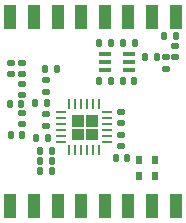
<source format=gbr>
%TF.GenerationSoftware,KiCad,Pcbnew,(6.0.0)*%
%TF.CreationDate,2023-04-21T15:57:25-05:00*%
%TF.ProjectId,SX1262,53583132-3632-42e6-9b69-6361645f7063,rev?*%
%TF.SameCoordinates,Original*%
%TF.FileFunction,Paste,Top*%
%TF.FilePolarity,Positive*%
%FSLAX46Y46*%
G04 Gerber Fmt 4.6, Leading zero omitted, Abs format (unit mm)*
G04 Created by KiCad (PCBNEW (6.0.0)) date 2023-04-21 15:57:25*
%MOMM*%
%LPD*%
G01*
G04 APERTURE LIST*
G04 Aperture macros list*
%AMRoundRect*
0 Rectangle with rounded corners*
0 $1 Rounding radius*
0 $2 $3 $4 $5 $6 $7 $8 $9 X,Y pos of 4 corners*
0 Add a 4 corners polygon primitive as box body*
4,1,4,$2,$3,$4,$5,$6,$7,$8,$9,$2,$3,0*
0 Add four circle primitives for the rounded corners*
1,1,$1+$1,$2,$3*
1,1,$1+$1,$4,$5*
1,1,$1+$1,$6,$7*
1,1,$1+$1,$8,$9*
0 Add four rect primitives between the rounded corners*
20,1,$1+$1,$2,$3,$4,$5,0*
20,1,$1+$1,$4,$5,$6,$7,0*
20,1,$1+$1,$6,$7,$8,$9,0*
20,1,$1+$1,$8,$9,$2,$3,0*%
G04 Aperture macros list end*
%ADD10C,0.010000*%
%ADD11R,0.260000X0.840000*%
%ADD12R,0.840000X0.260000*%
%ADD13RoundRect,0.135000X-0.135000X-0.185000X0.135000X-0.185000X0.135000X0.185000X-0.135000X0.185000X0*%
%ADD14RoundRect,0.135000X0.135000X0.185000X-0.135000X0.185000X-0.135000X-0.185000X0.135000X-0.185000X0*%
%ADD15R,1.000000X2.000000*%
%ADD16RoundRect,0.140000X0.140000X0.170000X-0.140000X0.170000X-0.140000X-0.170000X0.140000X-0.170000X0*%
%ADD17RoundRect,0.140000X-0.170000X0.140000X-0.170000X-0.140000X0.170000X-0.140000X0.170000X0.140000X0*%
%ADD18RoundRect,0.147500X0.172500X-0.147500X0.172500X0.147500X-0.172500X0.147500X-0.172500X-0.147500X0*%
%ADD19RoundRect,0.147500X-0.172500X0.147500X-0.172500X-0.147500X0.172500X-0.147500X0.172500X0.147500X0*%
%ADD20RoundRect,0.140000X-0.140000X-0.170000X0.140000X-0.170000X0.140000X0.170000X-0.140000X0.170000X0*%
%ADD21RoundRect,0.147500X0.147500X0.172500X-0.147500X0.172500X-0.147500X-0.172500X0.147500X-0.172500X0*%
%ADD22O,1.050000X0.400000*%
%ADD23R,0.609600X0.762000*%
%ADD24RoundRect,0.147500X-0.147500X-0.172500X0.147500X-0.172500X0.147500X0.172500X-0.147500X0.172500X0*%
G04 APERTURE END LIST*
D10*
%TO.C,U101*%
X146725000Y-69580000D02*
X146725000Y-68660000D01*
X146725000Y-68660000D02*
X147645000Y-68660000D01*
X147645000Y-68660000D02*
X147645000Y-69580000D01*
X147645000Y-69580000D02*
X146725000Y-69580000D01*
G36*
X147645000Y-69580000D02*
G01*
X146725000Y-69580000D01*
X146725000Y-68660000D01*
X147645000Y-68660000D01*
X147645000Y-69580000D01*
G37*
X147645000Y-69580000D02*
X146725000Y-69580000D01*
X146725000Y-68660000D01*
X147645000Y-68660000D01*
X147645000Y-69580000D01*
X146725000Y-68410000D02*
X146725000Y-67490000D01*
X146725000Y-67490000D02*
X147645000Y-67490000D01*
X147645000Y-67490000D02*
X147645000Y-68410000D01*
X147645000Y-68410000D02*
X146725000Y-68410000D01*
G36*
X147645000Y-68410000D02*
G01*
X146725000Y-68410000D01*
X146725000Y-67490000D01*
X147645000Y-67490000D01*
X147645000Y-68410000D01*
G37*
X147645000Y-68410000D02*
X146725000Y-68410000D01*
X146725000Y-67490000D01*
X147645000Y-67490000D01*
X147645000Y-68410000D01*
X147895000Y-68410000D02*
X147895000Y-67490000D01*
X147895000Y-67490000D02*
X148815000Y-67490000D01*
X148815000Y-67490000D02*
X148815000Y-68410000D01*
X148815000Y-68410000D02*
X147895000Y-68410000D01*
G36*
X148815000Y-68410000D02*
G01*
X147895000Y-68410000D01*
X147895000Y-67490000D01*
X148815000Y-67490000D01*
X148815000Y-68410000D01*
G37*
X148815000Y-68410000D02*
X147895000Y-68410000D01*
X147895000Y-67490000D01*
X148815000Y-67490000D01*
X148815000Y-68410000D01*
X147895000Y-69580000D02*
X147895000Y-68660000D01*
X147895000Y-68660000D02*
X148815000Y-68660000D01*
X148815000Y-68660000D02*
X148815000Y-69580000D01*
X148815000Y-69580000D02*
X147895000Y-69580000D01*
G36*
X148815000Y-69580000D02*
G01*
X147895000Y-69580000D01*
X147895000Y-68660000D01*
X148815000Y-68660000D01*
X148815000Y-69580000D01*
G37*
X148815000Y-69580000D02*
X147895000Y-69580000D01*
X147895000Y-68660000D01*
X148815000Y-68660000D01*
X148815000Y-69580000D01*
%TD*%
D11*
%TO.C,U101*%
X146520000Y-70480000D03*
X147020000Y-70480000D03*
X147520000Y-70480000D03*
X148020000Y-70480000D03*
X148520000Y-70480000D03*
X149020000Y-70480000D03*
D12*
X149715000Y-69785000D03*
X149715000Y-69285000D03*
X149715000Y-68785000D03*
X149715000Y-68285000D03*
X149715000Y-67785000D03*
X149715000Y-67285000D03*
D11*
X149020000Y-66590000D03*
X148520000Y-66590000D03*
X148020000Y-66590000D03*
X147520000Y-66590000D03*
X147020000Y-66590000D03*
X146520000Y-66590000D03*
D12*
X145825000Y-67285000D03*
X145825000Y-67785000D03*
X145825000Y-68285000D03*
X145825000Y-68785000D03*
X145825000Y-69285000D03*
X145825000Y-69785000D03*
%TD*%
D13*
%TO.C,R102*%
X149060000Y-64620000D03*
X150080000Y-64620000D03*
%TD*%
D14*
%TO.C,R101*%
X150080000Y-61420000D03*
X149060000Y-61420000D03*
%TD*%
D15*
%TO.C,U103*%
X141520000Y-75200000D03*
X143520000Y-75200000D03*
X145520000Y-75200000D03*
X147520000Y-75200000D03*
X149520000Y-75200000D03*
X151520000Y-75200000D03*
X153520000Y-75200000D03*
X155520000Y-75200000D03*
X155520000Y-59200000D03*
X153520000Y-59200000D03*
X151520000Y-59200000D03*
X149520000Y-59200000D03*
X147520000Y-59200000D03*
X145520000Y-59200000D03*
X143520000Y-59200000D03*
X141520000Y-59200000D03*
%TD*%
D16*
%TO.C,C105*%
X145450000Y-63630000D03*
X144490000Y-63630000D03*
%TD*%
%TO.C,C102*%
X145010000Y-70515000D03*
X144050000Y-70515000D03*
%TD*%
D17*
%TO.C,C103*%
X144530000Y-64585000D03*
X144530000Y-65545000D03*
%TD*%
%TO.C,C110*%
X142505000Y-64850000D03*
X142505000Y-65810000D03*
%TD*%
D18*
%TO.C,L105*%
X142505000Y-64050000D03*
X142505000Y-63080000D03*
%TD*%
D16*
%TO.C,C112*%
X152030000Y-64620000D03*
X151070000Y-64620000D03*
%TD*%
%TO.C,C104*%
X145010000Y-71365000D03*
X144050000Y-71365000D03*
%TD*%
D17*
%TO.C,C113*%
X141605000Y-63085000D03*
X141605000Y-64045000D03*
%TD*%
D19*
%TO.C,L106*%
X150930000Y-69180000D03*
X150930000Y-70150000D03*
%TD*%
D20*
%TO.C,C109*%
X151090000Y-61420000D03*
X152050000Y-61420000D03*
%TD*%
D21*
%TO.C,L102*%
X144690000Y-69465000D03*
X143720000Y-69465000D03*
%TD*%
D19*
%TO.C,L101*%
X144530000Y-67455000D03*
X144530000Y-68425000D03*
%TD*%
D22*
%TO.C,U102*%
X149570000Y-62370000D03*
X149570000Y-63020000D03*
X149570000Y-63670000D03*
X151570000Y-63670000D03*
X151570000Y-63020000D03*
X151570000Y-62370000D03*
%TD*%
D20*
%TO.C,C115*%
X150430000Y-71165000D03*
X151390000Y-71165000D03*
%TD*%
%TO.C,C108*%
X141480000Y-66540000D03*
X142440000Y-66540000D03*
%TD*%
D23*
%TO.C,XTAL101*%
X152415000Y-72683100D03*
X153765000Y-72683100D03*
X153765000Y-71336900D03*
X152415000Y-71336900D03*
%TD*%
D20*
%TO.C,C114*%
X152950000Y-62630000D03*
X153910000Y-62630000D03*
%TD*%
D24*
%TO.C,L103*%
X144045000Y-72265000D03*
X145015000Y-72265000D03*
%TD*%
D18*
%TO.C,L104*%
X142510000Y-68295000D03*
X142510000Y-67325000D03*
%TD*%
D17*
%TO.C,C116*%
X154660000Y-62610000D03*
X154660000Y-63570000D03*
%TD*%
D20*
%TO.C,C101*%
X143650000Y-66465000D03*
X144610000Y-66465000D03*
%TD*%
D18*
%TO.C,L107*%
X155500000Y-62615000D03*
X155500000Y-61645000D03*
%TD*%
D17*
%TO.C,C111*%
X150880000Y-67235000D03*
X150880000Y-68195000D03*
%TD*%
D20*
%TO.C,C117*%
X154560000Y-60830000D03*
X155520000Y-60830000D03*
%TD*%
D16*
%TO.C,C107*%
X142530000Y-69160000D03*
X141570000Y-69160000D03*
%TD*%
M02*

</source>
